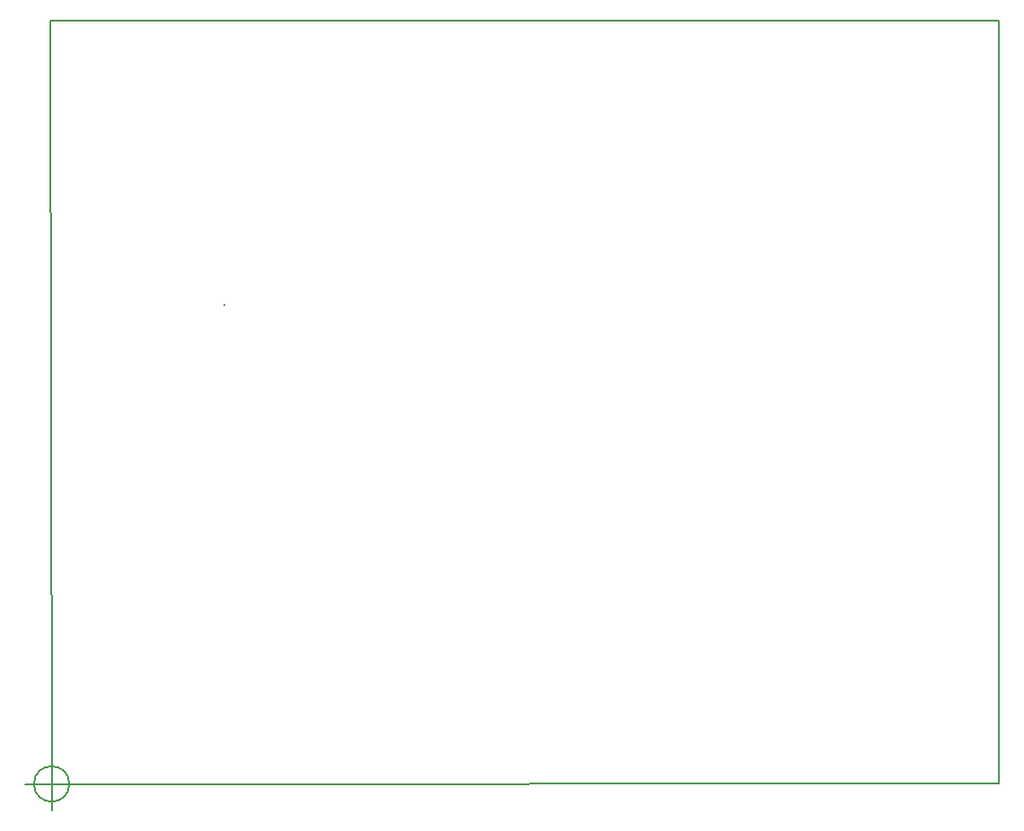
<source format=gbr>
%TF.GenerationSoftware,KiCad,Pcbnew,(6.0.4)*%
%TF.CreationDate,2022-10-03T14:36:14+02:00*%
%TF.ProjectId,GB-Dumper,47422d44-756d-4706-9572-2e6b69636164,0.6*%
%TF.SameCoordinates,Original*%
%TF.FileFunction,Component,L2,Bot*%
%TF.FilePolarity,Positive*%
%FSLAX46Y46*%
G04 Gerber Fmt 4.6, Leading zero omitted, Abs format (unit mm)*
G04 Created by KiCad (PCBNEW (6.0.4)) date 2022-10-03 14:36:14*
%MOMM*%
%LPD*%
G01*
G04 APERTURE LIST*
%TA.AperFunction,ComponentMain*%
%ADD10C,0.300000*%
%TD*%
%TA.AperFunction,Profile*%
%ADD11C,0.150000*%
%TD*%
G04 APERTURE END LIST*
D10*
%TO.C,"G2"*%
%TO.CFtp,"thebrutzler_approved_small02"*%
%TO.CVal,"LOGO"*%
%TO.CLbN,"theBrutzler"*%
%TO.CMnt,TH*%
%TO.CRot,-90*%
X108300000Y-93000000D03*
%TD*%
D11*
X181356000Y-66200000D02*
X181356000Y-138176000D01*
X91900000Y-66200000D02*
X181356000Y-66200000D01*
X92000000Y-138200000D02*
X91900000Y-66200000D01*
X181356000Y-138176000D02*
X92000000Y-138200000D01*
X93666666Y-138200000D02*
G75*
G03*
X93666666Y-138200000I-1666666J0D01*
G01*
X89500000Y-138200000D02*
X94500000Y-138200000D01*
X92000000Y-135700000D02*
X92000000Y-140700000D01*
M02*

</source>
